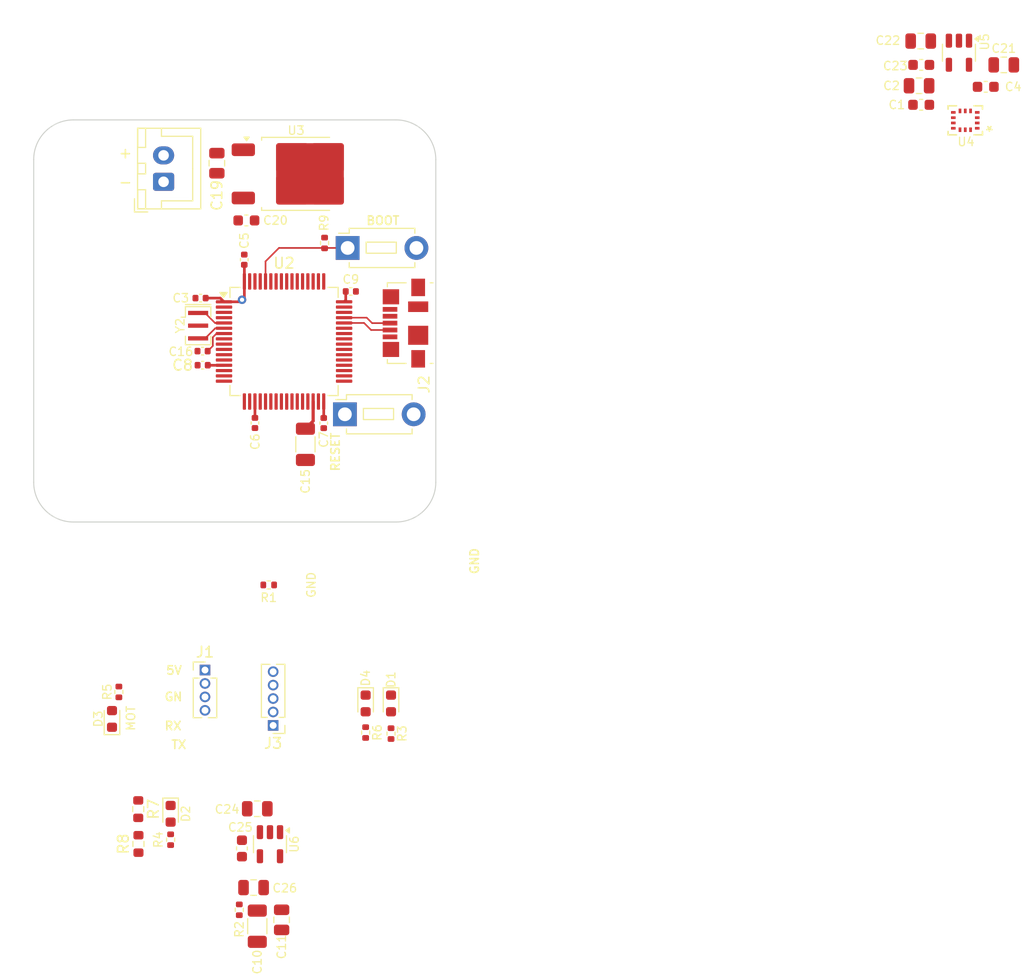
<source format=kicad_pcb>
(kicad_pcb (version 20240108) (generator "pcbnew") (generator_version "8.0")
  (layers (0 "F.Cu" signal) (1 "In1.Cu" signal) (2 "In2.Cu" signal) (31 "B.Cu" signal) (34 "B.Paste" user) (35 "F.Paste" user) (36 "B.SilkS" user "B.Silkscreen") (37 "F.SilkS" user "F.Silkscreen") (38 "B.Mask" user) (39 "F.Mask" user) (44 "Edge.Cuts" user))
  (net 0 "")
  (net 1 "/GND")
  (net 2 "/RESET1")
  (net 3 "/12V")
  (net 4 "Net-(D1-A)")
  (net 5 "Net-(D3-A)")
  (net 6 "Net-(D4-A)")
  (net 7 "/GREEN")
  (net 8 "/BLUE")
  (net 9 "/RX3")
  (net 10 "/TX3")
  (net 12 "/IMU_CS")
  (net 15 "/YELLOW")
  (net 22 "/BOOT")
  (net 23 "/MOTOR0")
  (net 24 "/MOTOR1")
  (net 25 "/MOTOR2")
  (net 26 "/MOTOR3")
  (net 27 "/VMCU")
  (net 28 "/VGYRO")
  (net 29 "/5V")
  (net 30 "Net-(U5-BP)")
  (net 31 "Net-(U6-BP)")
  (net 33 "Net-(D2-A)")
  (net 35 "/SCK")
  (net 36 "/MOSI")
  (net 37 "/MISO")
  (net 40 "/VBATMON")
  (net 78 "Net-(U2-PH0)")
  (net 79 "Net-(U2-PH1)")
  (net 80 "/USB_DM")
  (net 81 "/USB_DP")
  (net 82 "Net-(U2-VCAP_1)")
  (footprint "Capacitor_SMD:C_0805_2012Metric" (layer "F.Cu") (at 70.78 154.55 180)
    (property "Reference" "C26" (at -2.95 -0.05 180) (layer "F.SilkS") (effects (font (size 0.8 0.8) (thickness 0.12))))
    (property "Value" "1u")
    (pad "1" smd roundrect (at -0.95 0 180) (size 1 1.45) (layers "F.Cu" "F.Paste" "F.Mask") (net 27 "/VMCU"))
    (pad "2" smd roundrect (at 0.95 0 180) (size 1 1.45) (layers "F.Cu" "F.Paste" "F.Mask") (net 1 "/GND"))
  )
  (footprint "Resistor_SMD:R_0402_1005Metric" (layer "F.Cu") (at 81.37 139.8975 90)
    (property "Reference" "R6" (at 0 1.1 90) (layer "F.SilkS") (effects (font (size 0.8 0.8) (thickness 0.12))))
    (property "Value" "1K")
    (pad "1" smd roundrect (at -0.51 0 90) (size 0.54 0.64) (layers "F.Cu" "F.Paste" "F.Mask") (net 8 "/BLUE"))
    (pad "2" smd roundrect (at 0.51 0 90) (size 0.54 0.64) (layers "F.Cu" "F.Paste" "F.Mask") (net 6 "Net-(D4-A)"))
  )
  (footprint "Capacitor_SMD:C_0805_2012Metric" (layer "F.Cu") (at 133.6722 78.772499 180)
    (property "Reference" "C2" (at 2.6 0 0) (layer "F.SilkS") (effects (font (size 0.8 0.8) (thickness 0.12))))
    (property "Value" "2.2u")
    (pad "1" smd roundrect (at -0.95 0 180) (size 1 1.45) (layers "F.Cu" "F.Paste" "F.Mask") (net 28 "/VGYRO"))
    (pad "2" smd roundrect (at 0.95 0 180) (size 1 1.45) (layers "F.Cu" "F.Paste" "F.Mask") (net 1 "/GND"))
  )
  (footprint "LED_SMD:LED_0603_1608Metric" (layer "F.Cu") (at 81.37 137.1475 -90)
    (property "Reference" "D4" (at -2.4 0 90) (layer "F.SilkS") (effects (font (size 0.8 0.8) (thickness 0.12))))
    (property "Value" "BLUE_LED")
    (pad "1" smd roundrect (at -0.7875 0 270) (size 0.875 0.95) (layers "F.Cu" "F.Paste" "F.Mask") (net 1 "/GND"))
    (pad "2" smd roundrect (at 0.7875 0 270) (size 0.875 0.95) (layers "F.Cu" "F.Paste" "F.Mask") (net 6 "Net-(D4-A)"))
  )
  (footprint "Capacitor_SMD:C_0805_2012Metric" (layer "F.Cu") (at 71.13 147.1 180)
    (property "Reference" "C24" (at 2.85 -0.05 0) (layer "F.SilkS") (effects (font (size 0.8 0.8) (thickness 0.12))))
    (property "Value" "1u")
    (pad "1" smd roundrect (at -0.95 0 180) (size 1 1.45) (layers "F.Cu" "F.Paste" "F.Mask") (net 29 "/5V"))
    (pad "2" smd roundrect (at 0.95 0 180) (size 1 1.45) (layers "F.Cu" "F.Paste" "F.Mask") (net 1 "/GND"))
  )
  (footprint "Button_Switch_THT:SW_PUSH_1P1T_6x3.5mm_H4.3_APEM_MJTP1243" (layer "F.Cu") (at 79.67 94.1)
    (property "Reference" "SW2" (hide yes))
    (property "Value" "SW_Push")
    (pad "1" thru_hole rect (at 0 0 90) (size 2.25 2.25) (drill 1.3) (layers "*.Cu" "*.Mask") (net 22 "/BOOT"))
    (pad "2" thru_hole circle (at 6.5 0 90) (size 2.25 2.25) (drill 1.3) (layers "*.Cu" "*.Mask") (net 27 "/VMCU"))
  )
  (footprint "Capacitor_SMD:C_0603_1608Metric" (layer "F.Cu") (at 133.8797 76.799999)
    (property "Reference" "C23" (at -2.45 0.1 0) (layer "F.SilkS") (effects (font (size 0.8 0.8) (thickness 0.12))))
    (property "Value" "10n")
    (pad "1" smd roundrect (at -0.775 0) (size 0.9 0.95) (layers "F.Cu" "F.Paste" "F.Mask") (net 1 "/GND"))
    (pad "2" smd roundrect (at 0.775 0) (size 0.9 0.95) (layers "F.Cu" "F.Paste" "F.Mask") (net 30 "Net-(U5-BP)"))
  )
  (footprint "Capacitor_SMD:C_0402_1005Metric" (layer "F.Cu") (at 69.9 95.21 90)
    (property "Reference" "C5" (at 1.8 0 90) (layer "F.SilkS") (effects (font (size 0.8 0.8) (thickness 0.12))))
    (property "Value" "100n")
    (pad "1" smd roundrect (at -0.48 0 90) (size 0.56 0.62) (layers "F.Cu" "F.Paste" "F.Mask") (net 27 "/VMCU"))
    (pad "2" smd roundrect (at 0.48 0 90) (size 0.56 0.62) (layers "F.Cu" "F.Paste" "F.Mask") (net 1 "/GND"))
  )
  (footprint "Capacitor_SMD:C_0402_1005Metric" (layer "F.Cu") (at 65.96 103.85 180)
    (property "Reference" "C16" (at 2.05 -0.05 360) (layer "F.SilkS") (effects (font (size 0.8 0.8) (thickness 0.12))))
    (property "Value" "100n")
    (pad "1" smd roundrect (at -0.48 0 180) (size 0.56 0.62) (layers "F.Cu" "F.Paste" "F.Mask") (net 2 "/RESET1"))
    (pad "2" smd roundrect (at 0.48 0 180) (size 0.56 0.62) (layers "F.Cu" "F.Paste" "F.Mask") (net 1 "/GND"))
  )
  (footprint "MountingHole:MountingHole_4.3mm_M4_DIN965" (layer "F.Cu") (at 84.25 85.75)
    (property "Reference" "H2" (hide yes))
    (property "Value" "MountingHole_Pad")
    (pad "" np_thru_hole circle (at 0 0) (size 4.3 4.3) (drill 4.3) (layers "*.Cu" "*.Mask"))
  )
  (footprint "Capacitor_SMD:C_0603_1608Metric" (layer "F.Cu") (at 139.9722 78.872499 180)
    (property "Reference" "C4" (at -2.6 0 0) (layer "F.SilkS") (effects (font (size 0.8 0.8) (thickness 0.12))))
    (property "Value" "10n")
    (pad "1" smd roundrect (at -0.775 0 180) (size 0.9 0.95) (layers "F.Cu" "F.Paste" "F.Mask") (net 1 "/GND"))
    (pad "2" smd roundrect (at 0.775 0 180) (size 0.9 0.95) (layers "F.Cu" "F.Paste" "F.Mask") (net 28 "/VGYRO"))
  )
  (footprint "Capacitor_SMD:C_0402_1005Metric" (layer "F.Cu") (at 79.97 98.21)
    (property "Reference" "C9" (at 0 -1.14 360) (layer "F.SilkS") (effects (font (size 0.8 0.8) (thickness 0.12))))
    (property "Value" "100n")
    (pad "1" smd roundrect (at -0.48 0) (size 0.56 0.62) (layers "F.Cu" "F.Paste" "F.Mask") (net 27 "/VMCU"))
    (pad "2" smd roundrect (at 0.48 0) (size 0.56 0.62) (layers "F.Cu" "F.Paste" "F.Mask") (net 1 "/GND"))
  )
  (footprint "Capacitor_SMD:C_0805_2012Metric" (layer "F.Cu") (at 67.31 86.09 90)
    (property "Reference" "C19" (at -3.05 0 90) (layer "F.SilkS"))
    (property "Value" "330n")
    (pad "1" smd roundrect (at -0.95 0 90) (size 1 1.45) (layers "F.Cu" "F.Paste" "F.Mask") (net 1 "/GND"))
    (pad "2" smd roundrect (at 0.95 0 90) (size 1 1.45) (layers "F.Cu" "F.Paste" "F.Mask") (net 3 "/12V"))
  )
  (footprint "Capacitor_SMD:C_1206_3216Metric" (layer "F.Cu") (at 75.68 112.66 -90)
    (property "Reference" "C15" (at 3.5 0 90) (layer "F.SilkS") (effects (font (size 0.8 0.8) (thickness 0.12))))
    (property "Value" "4.7u")
    (pad "1" smd roundrect (at -1.475 0 270) (size 1.15 1.8) (layers "F.Cu" "F.Paste" "F.Mask") (roundrect_rratio 0.217391) (net 82 "Net-(U2-VCAP_1)"))
    (pad "2" smd roundrect (at 1.475 0 270) (size 1.15 1.8) (layers "F.Cu" "F.Paste" "F.Mask") (roundrect_rratio 0.217391) (net 1 "/GND"))
  )
  (footprint "Capacitor_SMD:C_0603_1608Metric" (layer "F.Cu") (at 133.8722 80.572499)
    (property "Reference" "C1" (at -2.3 0 0) (layer "F.SilkS") (effects (font (size 0.8 0.8) (thickness 0.12))))
    (property "Value" "100n")
    (pad "1" smd roundrect (at -0.775 0) (size 0.9 0.95) (layers "F.Cu" "F.Paste" "F.Mask") (net 1 "/GND"))
    (pad "2" smd roundrect (at 0.775 0) (size 0.9 0.95) (layers "F.Cu" "F.Paste" "F.Mask") (net 28 "/VGYRO"))
  )
  (footprint "Package_TO_SOT_SMD:SOT-23-5" (layer "F.Cu") (at 72.33 150.45 -90)
    (property "Reference" "U6" (at 0 -2.3 90) (layer "F.SilkS") (effects (font (size 0.8 0.8) (thickness 0.12))))
    (property "Value" "LDK130M33R")
    (pad "1" smd roundrect (at -1.1375 -0.95 270) (size 1.325 0.6) (layers "F.Cu" "F.Paste" "F.Mask") (net 29 "/5V"))
    (pad "2" smd roundrect (at -1.1375 0 270) (size 1.325 0.6) (layers "F.Cu" "F.Paste" "F.Mask") (net 1 "/GND"))
    (pad "3" smd roundrect (at -1.1375 0.95 270) (size 1.325 0.6) (layers "F.Cu" "F.Paste" "F.Mask") (net 29 "/5V"))
    (pad "4" smd roundrect (at 1.1375 0.95 270) (size 1.325 0.6) (layers "F.Cu" "F.Paste" "F.Mask") (net 31 "Net-(U6-BP)"))
    (pad "5" smd roundrect (at 1.1375 -0.95 270) (size 1.325 0.6) (layers "F.Cu" "F.Paste" "F.Mask") (net 27 "/VMCU"))
  )
  (footprint "Capacitor_SMD:C_0805_2012Metric" (layer "F.Cu") (at 141.6797 76.799999)
    (property "Reference" "C21" (at 0 -1.55 0) (layer "F.SilkS") (effects (font (size 0.8 0.8) (thickness 0.12))))
    (property "Value" "1u")
    (pad "1" smd roundrect (at -0.95 0) (size 1 1.45) (layers "F.Cu" "F.Paste" "F.Mask") (net 28 "/VGYRO"))
    (pad "2" smd roundrect (at 0.95 0) (size 1 1.45) (layers "F.Cu" "F.Paste" "F.Mask") (net 1 "/GND"))
  )
  (footprint "MountingHole:MountingHole_4.3mm_M4_DIN965" (layer "F.Cu") (at 53.75 116.25)
    (property "Reference" "H5" (hide yes))
    (property "Value" "MountingHole_Pad")
    (pad "" np_thru_hole circle (at 0 0) (size 4.3 4.3) (drill 4.3) (layers "*.Cu" "*.Mask"))
  )
  (footprint "LED_SMD:LED_0603_1608Metric" (layer "F.Cu") (at 62.94 147.575 -90)
    (property "Reference" "D2" (at 0 -1.43 90) (layer "F.SilkS") (effects (font (size 0.8 0.8) (thickness 0.12))))
    (property "Value" "RED_LED")
    (pad "1" smd roundrect (at -0.7875 0 270) (size 0.875 0.95) (layers "F.Cu" "F.Paste" "F.Mask") (net 1 "/GND"))
    (pad "2" smd roundrect (at 0.7875 0 270) (size 0.875 0.95) (layers "F.Cu" "F.Paste" "F.Mask") (net 33 "Net-(D2-A)"))
  )
  (footprint "Capacitor_SMD:C_0402_1005Metric" (layer "F.Cu") (at 70.91 110.64 -90)
    (property "Reference" "C6" (at 1.77 -0.02 90) (layer "F.SilkS") (effects (font (size 0.8 0.8) (thickness 0.12))))
    (property "Value" "100n")
    (pad "1" smd roundrect (at -0.48 0 270) (size 0.56 0.62) (layers "F.Cu" "F.Paste" "F.Mask") (net 27 "/VMCU"))
    (pad "2" smd roundrect (at 0.48 0 270) (size 0.56 0.62) (layers "F.Cu" "F.Paste" "F.Mask") (net 1 "/GND"))
  )
  (footprint "Resistor_SMD:R_0402_1005Metric" (layer "F.Cu") (at 72.21 125.95)
    (property "Reference" "R1" (at 0 1.2 0) (layer "F.SilkS") (effects (font (size 0.8 0.8) (thickness 0.12))))
    (property "Value" "10K")
    (pad "1" smd roundrect (at -0.51 0) (size 0.54 0.64) (layers "F.Cu" "F.Paste" "F.Mask"))
    (pad "2" smd roundrect (at 0.51 0) (size 0.54 0.64) (layers "F.Cu" "F.Paste" "F.Mask") (net 1 "/GND"))
  )
  (footprint "Connector_USB:USB_Micro-B_Molex_47346-0001" (layer "F.Cu") (at 85.135 101.205 90)
    (property "Reference" "J2" (at -5.785 1.755 90) (layer "F.SilkS"))
    (property "Value" "USB_B_Micro")
    (pad "1" smd rect (at -1.3 -1.46 90) (size 0.45 1.38) (layers "F.Cu" "F.Paste" "F.Mask"))
    (pad "2" smd rect (at -0.65 -1.46 90) (size 0.45 1.38) (layers "F.Cu" "F.Paste" "F.Mask") (net 80 "/USB_DM"))
    (pad "3" smd rect (at 0 -1.46 90) (size 0.45 1.38) (layers "F.Cu" "F.Paste" "F.Mask") (net 81 "/USB_DP"))
    (pad "4" smd rect (at 0.65 -1.46 90) (size 0.45 1.38) (layers "F.Cu" "F.Paste" "F.Mask"))
    (pad "5" smd rect (at 1.3 -1.46 90) (size 0.45 1.38) (layers "F.Cu" "F.Paste" "F.Mask") (net 1 "/GND"))
    (pad "6" smd rect (at -3.375 1.2 90) (size 1.65 1.3) (layers "F.Cu" "F.Paste" "F.Mask") (net 1 "/GND"))
    (pad "6" smd rect (at -2.4875 -1.375 90) (size 1.425 1.55) (layers "F.Cu" "F.Paste" "F.Mask") (net 1 "/GND"))
    (pad "6" smd rect (at -1.15 1.2 90) (size 1.8 1.9) (layers "F.Cu" "F.Paste" "F.Mask") (net 1 "/GND"))
    (pad "6" smd rect (at 1.55 1.2 90) (size 1 1.9) (layers "F.Cu" "F.Paste" "F.Mask") (net 1 "/GND"))
    (pad "6" smd rect (at 2.4875 -1.375 90) (size 1.425 1.55) (layers "F.Cu" "F.Paste" "F.Mask") (net 1 "/GND"))
    (pad "6" smd rect (at 3.375 1.2 90) (size 1.65 1.3) (layers "F.Cu" "F.Paste" "F.Mask") (net 1 "/GND"))
  )
  (footprint "MountingHole:MountingHole_4.3mm_M4_DIN965" (layer "F.Cu") (at 53.75 85.75)
    (property "Reference" "H4" (hide yes))
    (property "Value" "MountingHole_Pad")
    (pad "" np_thru_hole circle (at 0 0) (size 4.3 4.3) (drill 4.3) (layers "*.Cu" "*.Mask"))
  )
  (footprint "Capacitor_SMD:C_0402_1005Metric" (layer "F.Cu") (at 65.97 105.18 180)
    (property "Reference" "C8" (at 1.9 0 360) (layer "F.SilkS"))
    (property "Value" "100n")
    (pad "1" smd roundrect (at -0.48 0 180) (size 0.56 0.62) (layers "F.Cu" "F.Paste" "F.Mask") (net 27 "/VMCU"))
    (pad "2" smd roundrect (at 0.48 0 180) (size 0.56 0.62) (layers "F.Cu" "F.Paste" "F.Mask") (net 1 "/GND"))
  )
  (footprint "LED_SMD:LED_0603_1608Metric" (layer "F.Cu") (at 57.4 138.61 90)
    (property "Reference" "D3" (at 0 -1.3 90) (layer "F.SilkS") (effects (font (size 0.8 0.8) (thickness 0.12))))
    (property "Value" "GREEN_LED")
    (pad "1" smd roundrect (at -0.7875 0 90) (size 0.875 0.95) (layers "F.Cu" "F.Paste" "F.Mask") (net 1 "/GND"))
    (pad "2" smd roundrect (at 0.7875 0 90) (size 0.875 0.95) (layers "F.Cu" "F.Paste" "F.Mask") (net 5 "Net-(D3-A)"))
  )
  (footprint "Capacitor_SMD:C_0402_1005Metric" (layer "F.Cu") (at 65.77 98.84 180)
    (property "Reference" "C3" (at 1.87 0 360) (layer "F.SilkS") (effects (font (size 0.8 0.8) (thickness 0.12))))
    (property "Value" "100n")
    (pad "1" smd roundrect (at -0.48 0 180) (size 0.56 0.62) (layers "F.Cu" "F.Paste" "F.Mask") (net 27 "/VMCU"))
    (pad "2" smd roundrect (at 0.48 0 180) (size 0.56 0.62) (layers "F.Cu" "F.Paste" "F.Mask") (net 1 "/GND"))
  )
  (footprint "Capacitor_SMD:C_1206_3216Metric" (layer "F.Cu") (at 71.13 158.2 90)
    (property "Reference" "C10" (at -3.3825 0 90) (layer "F.SilkS") (effects (font (size 0.8 0.8) (thickness 0.12))))
    (property "Value" "10u")
    (pad "1" smd roundrect (at -1.475 0 90) (size 1.15 1.8) (layers "F.Cu" "F.Paste" "F.Mask") (roundrect_rratio 0.217391) (net 1 "/GND"))
    (pad "2" smd roundrect (at 1.475 0 90) (size 1.15 1.8) (layers "F.Cu" "F.Paste" "F.Mask") (roundrect_rratio 0.217391) (net 27 "/VMCU"))
  )
  (footprint "Resistor_SMD:R_0402_1005Metric" (layer "F.Cu") (at 83.77 139.9975 90)
    (property "Reference" "R3" (at 0 1.05 90) (layer "F.SilkS") (effects (font (size 0.8 0.8) (thickness 0.12))))
    (property "Value" "1K")
    (pad "1" smd roundrect (at -0.51 0 90) (size 0.54 0.64) (layers "F.Cu" "F.Paste" "F.Mask") (net 15 "/YELLOW"))
    (pad "2" smd roundrect (at 0.51 0 90) (size 0.54 0.64) (layers "F.Cu" "F.Paste" "F.Mask") (net 4 "Net-(D1-A)"))
  )
  (footprint "Resistor_SMD:R_0402_1005Metric" (layer "F.Cu") (at 69.43 156.65 -90)
    (property "Reference" "R2" (at 1.85 0 90) (layer "F.SilkS") (effects (font (size 0.8 0.8) (thickness 0.12))))
    (property "Value" "10K")
    (pad "1" smd roundrect (at -0.51 0 270) (size 0.54 0.64) (layers "F.Cu" "F.Paste" "F.Mask") (net 9 "/RX3"))
    (pad "2" smd roundrect (at 0.51 0 270) (size 0.54 0.64) (layers "F.Cu" "F.Paste" "F.Mask") (net 27 "/VMCU"))
  )
  (footprint "Resistor_SMD:R_0402_1005Metric" (layer "F.Cu") (at 62.94 150.025 90)
    (property "Reference" "R4" (at 0 -1.17 90) (layer "F.SilkS") (effects (font (size 0.8 0.8) (thickness 0.12))))
    (property "Value" "1K")
    (pad "1" smd roundrect (at -0.51 0 90) (size 0.54 0.64) (layers "F.Cu" "F.Paste" "F.Mask") (net 29 "/5V"))
    (pad "2" smd roundrect (at 0.51 0 90) (size 0.54 0.64) (layers "F.Cu" "F.Paste" "F.Mask") (net 33 "Net-(D2-A)"))
  )
  (footprint "Resistor_SMD:R_0603_1608Metric" (layer "F.Cu") (at 59.88 147.135 -90)
    (property "Reference" "R7" (at 0 -1.43 -90) (layer "F.SilkS"))
    (property "Value" "10K")
    (pad "1" smd roundrect (at -0.825 0 270) (size 0.8 0.95) (layers "F.Cu" "F.Paste" "F.Mask") (net 3 "/12V"))
    (pad "2" smd roundrect (at 0.825 0 270) (size 0.8 0.95) (layers "F.Cu" "F.Paste" "F.Mask") (net 40 "/VBATMON"))
  )
  (footprint "Connector_PinHeader_1.27mm:PinHeader_1x04_P1.27mm_Vertical" (layer "F.Cu") (at 66.19 133.99)
    (property "Reference" "J1" (at 0 -1.695 0) (layer "F.SilkS"))
    (property "Value" "Conn_01x04")
    (pad "1" thru_hole rect (at 0 0) (size 1 1) (drill 0.65) (layers "*.Cu" "*.Mask") (net 29 "/5V"))
    (pad "2" thru_hole oval (at 0 1.27) (size 1 1) (drill 0.65) (layers "*.Cu" "*.Mask") (net 1 "/GND"))
    (pad "3" thru_hole oval (at 0 2.54) (size 1 1) (drill 0.65) (layers "*.Cu" "*.Mask") (net 9 "/RX3"))
    (pad "4" thru_hole oval (at 0 3.81) (size 1 1) (drill 0.65) (layers "*.Cu" "*.Mask") (net 10 "/TX3"))
  )
  (footprint "Crystal:Resonator_SMD_Murata_CSTxExxV-3Pin_3.0x1.1mm" (layer "F.Cu") (at 65.54 101.445 -90)
    (property "Reference" "Y2" (at 0 1.7 90) (layer "F.SilkS") (effects (font (size 0.8 0.8) (thickness 0.12))))
    (property "Value" "CSTNE20M0V53Z000R0")
    (pad "1" smd rect (at -1.2 0 270) (size 0.4 1.9) (layers "F.Cu" "F.Paste" "F.Mask") (net 78 "Net-(U2-PH0)"))
    (pad "2" smd rect (at 0 0 270) (size 0.4 1.9) (layers "F.Cu" "F.Paste" "F.Mask") (net 1 "/GND"))
    (pad "3" smd rect (at 1.2 0 270) (size 0.4 1.9) (layers "F.Cu" "F.Paste" "F.Mask") (net 79 "Net-(U2-PH1)"))
  )
  (footprint "Capacitor_SMD:C_0402_1005Metric" (layer "F.Cu") (at 77.41 110.65 -90)
    (property "Reference" "C7" (at 1.55 0 90) (layer "F.SilkS") (effects (font (size 0.8 0.8) (thickness 0.12))))
    (property "Value" "100n")
    (pad "1" smd roundrect (at -0.48 0 270) (size 0.56 0.62) (layers "F.Cu" "F.Paste" "F.Mask") (net 27 "/VMCU"))
    (pad "2" smd roundrect (at 0.48 0 270) (size 0.56 0.62) (layers "F.Cu" "F.Paste" "F.Mask") (net 1 "/GND"))
  )
  (footprint "footprints:LGA14_2P5X3X0P91_IVS-L" (layer "F.Cu") (at 138.0397 82.039999 180)
    (property "Reference" "U4" (at -0.07 -2.03 0) (layer "F.SilkS") (effects (font (size 0.8 0.8) (thickness 0.12))))
    (property "Value" "ICM-42688-P")
    (fp_text user "*" (at -2.28 -0.48 180) (layer "F.SilkS"))
    (pad "1" smd rect (at -1.1303 -0.750001 270) (size 0.254 0.4318) (layers "F.Cu" "F.Paste" "F.Mask") (net 37 "/MISO"))
    (pad "2" smd rect (at -1.1303 -0.25 270) (size 0.254 0.4318) (layers "F.Cu" "F.Paste" "F.Mask") (net 1 "/GND"))
    (pad "3" smd rect (at -1.1303 0.25 270) (size 0.254 0.4318) (layers "F.Cu" "F.Paste" "F.Mask") (net 1 "/GND"))
    (pad "4" smd rect (at -1.1303 0.750001 270) (size 0.254 0.4318) (layers "F.Cu" "F.Paste" "F.Mask"))
    (pad "5" smd rect (at -0.499999 0.889 180) (size 0.254 0.4318) (layers "F.Cu" "F.Paste" "F.Mask") (net 28 "/VGYRO"))
    (pad "6" smd rect (at 0 0.889 180) (size 0.254 0.4318) (layers "F.Cu" "F.Paste" "F.Mask") (net 1 "/GND"))
    (pad "7" smd rect (at 0.499999 0.889 180) (size 0.254 0.4318) (layers "F.Cu" "F.Paste" "F.Mask") (net 1 "/GND"))
    (pad "8" smd rect (at 1.1303 0.750001 270) (size 0.254 0.4318) (layers "F.Cu" "F.Paste" "F.Mask") (net 28 "/VGYRO"))
    (pad "9" smd rect (at 1.1303 0.25 270) (size 0.254 0.4318) (layers "F.Cu" "F.Paste" "F.Mask") (net 1 "/GND"))
    (pad "10" smd rect (at 1.1303 -0.25 270) (size 0.254 0.4318) (layers "F.Cu" "F.Paste" "F.Mask") (net 1 "/GND"))
    (pad "11" smd rect (at 1.1303 -0.750001 270) (size 0.254 0.4318) (layers "F.Cu" "F.Paste" "F.Mask") (net 1 "/GND"))
    (pad "12" smd rect (at 0.499999 -0.889 180) (size 0.254 0.4318) (layers "F.Cu" "F.Paste" "F.Mask") (net 12 "/IMU_CS"))
    (pad "13" smd rect (at 0 -0.889 180) (size 0.254 0.4318) (layers "F.Cu" "F.Paste" "F.Mask") (net 35 "/SCK"))
    (pad "14" smd rect (at -0.499999 -0.889 180) (size 0.254 0.4318) (layers "F.Cu" "F.Paste" "F.Mask") (net 36 "/MOSI"))
  )
  (footprint "Resistor_SMD:R_0402_1005Metric" (layer "F.Cu") (at 77.49 93.63 -90)
    (property "Reference" "R9" (at -1.9 0.05 90) (layer "F.SilkS") (effects (font (size 0.8 0.8) (thickness 0.12))))
    (property "Value" "10K")
    (pad "1" smd roundrect (at -0.51 0 270) (size 0.54 0.64) (layers "F.Cu" "F.Paste" "F.Mask") (net 1 "/GND"))
    (pad "2" smd roundrect (at 0.51 0 270) (size 0.54 0.64) (layers "F.Cu" "F.Paste" "F.Mask") (net 22 "/BOOT"))
  )
  (footprint "Connector_JST:JST_XH_B2B-XH-A_1x02_P2.50mm_Vertical" (layer "F.Cu") (at 62.275 87.85 90)
    (property "Reference" "J4" (hide yes))
    (property "Value" "Conn_01x02_Pin")
    (pad "1" thru_hole roundrect (at 0 0 90) (size 1.7 2) (drill 1) (layers "*.Cu" "*.Mask") (roundrect_rratio 0.147059) (net 1 "/GND"))
    (pad "2" thru_hole oval (at 2.5 0 90) (size 1.7 2) (drill 1) (layers "*.Cu" "*.Mask") (net 3 "/12V"))
  )
  (footprint "Capacitor_SMD:C_0603_1608Metric" (layer "F.Cu") (at 69.68 150.85 -90)
    (property "Reference" "C25" (at -2 0.15 180) (layer "F.SilkS") (effects (font (size 0.8 0.8) (thickness 0.12))))
    (property "Value" "10n")
    (pad "1" smd roundrect (at -0.775 0 270) (size 0.9 0.95) (layers "F.Cu" "F.Paste" "F.Mask") (net 1 "/GND"))
    (pad "2" smd roundrect (at 0.775 0 270) (size 0.9 0.95) (layers "F.Cu" "F.Paste" "F.Mask") (net 31 "Net-(U6-BP)"))
  )
  (footprint "Capacitor_SMD:C_0805_2012Metric" (layer "F.Cu") (at 133.8297 74.549999 180)
    (property "Reference" "C22" (at 3.1 0.05 0) (layer "F.SilkS") (effects (font (size 0.8 0.8) (thickness 0.12))))
    (property "Value" "1u")
    (pad "1" smd roundrect (at -0.95 0 180) (size 1 1.45) (layers "F.Cu" "F.Paste" "F.Mask") (net 29 "/5V"))
    (pad "2" smd roundrect (at 0.95 0 180) (size 1 1.45) (layers "F.Cu" "F.Paste" "F.Mask") (net 1 "/GND"))
  )
  (footprint "MountingHole:MountingHole_4.3mm_M4_DIN965" (layer "F.Cu") (at 84.25 116.25)
    (property "Reference" "H6" (hide yes))
    (property "Value" "MountingHole_Pad")
    (pad "" np_thru_hole circle (at 0 0) (size 4.3 4.3) (drill 4.3) (layers "*.Cu" "*.Mask"))
  )
  (footprint "Button_Switch_THT:SW_PUSH_1P1T_6x3.5mm_H4.3_APEM_MJTP1243" (layer "F.Cu") (at 79.41 109.82)
    (property "Reference" "SW1" (hide yes))
    (property "Value" "SW_Push")
    (pad "1" thru_hole rect (at 0 0 90) (size 2.25 2.25) (drill 1.3) (layers "*.Cu" "*.Mask") (net 2 "/RESET1"))
    (pad "2" thru_hole circle (at 6.5 0 90) (size 2.25 2.25) (drill 1.3) (layers "*.Cu" "*.Mask") (net 1 "/GND"))
  )
  (footprint "Capacitor_SMD:C_0603_1608Metric" (layer "F.Cu") (at 70.1 91.5 180)
    (property "Reference" "C20" (at -2.75 0 0) (layer "F.SilkS") (effects (font (size 0.8 0.8) (thickness 0.12))))
    (property "Value" "100n")
    (pad "1" smd roundrect (at -0.775 0 180) (size 0.9 0.95) (layers "F.Cu" "F.Paste" "F.Mask") (net 1 "/GND"))
    (pad "2" smd roundrect (at 0.775 0 180) (size 0.9 0.95) (layers "F.Cu" "F.Paste" "F.Mask") (net 29 "/5V"))
  )
  (footprint "Package_QFP:LQFP-64_10x10mm_P0.5mm" (layer "F.Cu") (at 73.66 102.94)
    (property "Reference" "U2" (at 0 -7.4 0) (layer "F.SilkS"))
    (property "Value" "STM32F722RETx")
    (pad "1" smd roundrect (at -5.675 -3.75) (size 1.55 0.3) (layers "F.Cu" "F.Paste" "F.Mask") (net 27 "/VMCU"))
    (pad "2" smd roundrect (at -5.675 -3.25) (size 1.55 0.3) (layers "F.Cu" "F.Paste" "F.Mask"))
    (pad "3" smd roundrect (at -5.675 -2.75) (size 1.55 0.3) (layers "F.Cu" "F.Paste" "F.Mask"))
    (pad "4" smd roundrect (at -5.675 -2.25) (size 1.55 0.3) (layers "F.Cu" "F.Paste" "F.Mask"))
    (pad "5" smd roundrect (at -5.675 -1.75) (size 1.55 0.3) (layers "F.Cu" "F.Paste" "F.Mask") (net 78 "Net-(U2-PH0)"))
    (pad "6" smd roundrect (at -5.675 -1.25) (size 1.55 0.3) (layers "F.Cu" "F.Paste" "F.Mask") (net 79 "Net-(U2-PH1)"))
    (pad "7" smd roundrect (at -5.675 -0.75) (size 1.55 0.3) (layers "F.Cu" "F.Paste" "F.Mask") (net 2 "/RESET1"))
    (pad "8" smd roundrect (at -5.675 -0.25) (size 1.55 0.3) (layers "F.Cu" "F.Paste" "F.Mask"))
    (pad "9" smd roundrect (at -5.675 0.25) (size 1.55 0.3) (layers "F.Cu" "F.Paste" "F.Mask"))
    (pad "10" smd roundrect (at -5.675 0.75) (size 1.55 0.3) (layers "F.Cu" "F.Paste" "F.Mask"))
    (pad "11" smd roundrect (at -5.675 1.25) (size 1.55 0.3) (layers "F.Cu" "F.Paste" "F.Mask"))
    (pad "12" smd roundrect (at -5.675 1.75) (size 1.55 0.3) (layers "F.Cu" "F.Paste" "F.Mask") (net 1 "/GND"))
    (pad "13" smd roundrect (at -5.675 2.25) (size 1.55 0.3) (layers "F.Cu" "F.Paste" "F.Mask") (net 27 "/VMCU"))
    (pad "14" smd roundrect (at -5.675 2.75) (size 1.55 0.3) (layers "F.Cu" "F.Paste" "F.Mask"))
    (pad "15" smd roundrect (at -5.675 3.25) (size 1.55 0.3) (layers "F.Cu" "F.Paste" "F.Mask"))
    (pad "16" smd roundrect (at -5.675 3.75) (size 1.55 0.3) (layers "F.Cu" "F.Paste" "F.Mask"))
    (pad "17" smd roundrect (at -3.75 5.675) (size 0.3 1.55) (layers "F.Cu" "F.Paste" "F.Mask"))
    (pad "18" smd roundrect (at -3.25 5.675) (size 0.3 1.55) (layers "F.Cu" "F.Paste" "F.Mask") (net 1 "/GND"))
    (pad "19" smd roundrect (at -2.75 5.675) (size 0.3 1.55) (layers "F.Cu" "F.Paste" "F.Mask") (net 27 "/VMCU"))
    (pad "20" smd roundrect (at -2.25 5.675) (size 0.3 1.55) (layers "F.Cu" "F.Paste" "F.Mask"))
    (pad "21" smd roundrect (at -1.75 5.675) (size 0.3 1.55) (layers "F.Cu" "F.Paste" "F.Mask"))
    (pad "22" smd roundrect (at -1.25 5.675) (size 0.3 1.55) (layers "F.Cu" "F.Paste" "F.Mask"))
    (pad "23" smd roundrect (at -0.75 5.675) (size 0.3 1.55) (layers "F.Cu" "F.Paste" "F.Mask"))
    (pad "24" smd roundrect (at -0.25 5.675) (size 0.3 1.55) (layers "F.Cu" "F.Paste" "F.Mask"))
    (pad "25" smd roundrect (at 0.25 5.675) (size 0.3 1.55) (layers "F.Cu" "F.Paste" "F.Mask"))
    (pad "26" smd roundrect (at 0.75 5.675) (size 0.3 1.55) (layers "F.Cu" "F.Paste" "F.Mask"))
    (pad "27" smd roundrect (at 1.25 5.675) (size 0.3 1.55) (layers "F.Cu" "F.Paste" "F.Mask"))
    (pad "28" smd roundrect (at 1.75 5.675) (size 0.3 1.55) (layers "F.Cu" "F.Paste" "F.Mask"))
    (pad "29" smd roundrect (at 2.25 5.675) (size 0.3 1.55) (layers "F.Cu" "F.Paste" "F.Mask"))
    (pad "30" smd roundrect (at 2.75 5.675) (size 0.3 1.55) (layers "F.Cu" "F.Paste" "F.Mask") (net 82 "Net-(U2-VCAP_1)"))
    (pad "31" smd roundrect (at 3.25 5.675) (size 0.3 1.55) (layers "F.Cu" "F.Paste" "F.Mask") (net 1 "/GND"))
    (pad "32" smd roundrect (at 3.75 5.675) (size 0.3 1.55) (layers "F.Cu" "F.Paste" "F.Mask") (net 27 "/VMCU"))
    (pad "33" smd roundrect (at 5.675 3.75) (size 1.55 0.3) (layers "F.Cu" "F.Paste" "F.Mask"))
    (pad "34" smd roundrect (at 5.675 3.25) (size 1.55 0.3) (layers "F.Cu" "F.Paste" "F.Mask"))
    (pad "35" smd roundrect (at 5.675 2.75) (size 1.55 0.3) (layers "F.Cu" "F.Paste" "F.Mask"))
    (pad "36" smd roundrect (at 5.675 2.25) (size 1.55 0.3) (layers "F.Cu" "F.Paste" "F.Mask"))
    (pad "37" smd roundrect (at 5.675 1.75) (size 1.55 0.3) (layers "F.Cu" "F.Paste" "F.Mask"))
    (pad "38" smd roundrect (at 5.675 1.25) (size 1.55 0.3) (layers "F.Cu" "F.Paste" "F.Mask"))
    (pad "39" smd roundrect (at 5.675 0.75) (size 1.55 0.3) (layers "F.Cu" "F.Paste" "F.Mask"))
    (pad "40" smd roundrect (at 5.675 0.25) (size 1.55 0.3) (layers "F.Cu" "F.Paste" "F.Mask"))
    (pad "41" smd roundrect (at 5.675 -0.25) (size 1.55 0.3) (layers "F.Cu" "F.Paste" "F.Mask"))
    (pad "42" smd roundrect (at 5.675 -0.75) (size 1.55 0.3) (layers "F.Cu" "F.Paste" "F.Mask"))
    (pad "43" smd roundrect (at 5.675 -1.25) (size 1.55 0.3) (layers "F.Cu" "F.Paste" "F.Mask"))
    (pad "44" smd roundrect (at 5.675 -1.75) (size 1.55 0.3) (layers "F.Cu" "F.Paste" "F.Mask") (net 80 "/USB_DM"))
    (pad "45" smd roundrect (at 5.675 -2.25) (size 1.55 0.3) (layers "F.Cu" "F.Paste" "F.Mask") (net 81 "/USB_DP"))
    (pad "46" smd roundrect (at 5.675 -2.75) (size 1.55 0.3) (layers "F.Cu" "F.Paste" "F.Mask"))
    (pad "47" smd roundrect (at 5.675 -3.25) (size 1.55 0.3) (layers "F.Cu" "F.Paste" "F.Mask") (net 1 "/GND"))
    (pad "48" smd roundrect (at 5.675 -3.75) (size 1.55 0.3) (layers "F.Cu" "F.Paste" "F.Mask") (net 27 "/VMCU"))
    (pad "49" smd roundrect (at 3.75 -5.675) (size 0.3 1.55) (layers "F.Cu" "F.Paste" "F.Mask"))
    (pad "50" smd roundrect (at 3.25 -5.675) (size 0.3 1.55) (layers "F.Cu" "F.Paste" "F.Mask"))
    (pad "51" smd roundrect (at 2.75 -5.675) (size 0.3 1.55) (layers "F.Cu" "F.Paste" "F.Mask"))
    (pad "52" smd roundrect (at 2.25 -5.675) (size 0.3 1.55) (layers "F.Cu" "F.Paste" "F.Mask"))
    (pad "53" smd roundrect (at 1.75 -5.675) (size 0.3 1.55) (layers "F.Cu" "F.Paste" "F.Mask"))
    (pad "54" smd roundrect (at 1.25 -5.675) (size 0.3 1.55) (layers "F.Cu" "F.Paste" "F.Mask"))
    (pad "55" smd roundrect (at 0.75 -5.675) (size 0.3 1.55) (layers "F.Cu" "F.Paste" "F.Mask"))
    (pad "56" smd roundrect (at 0.25 -5.675) (size 0.3 1.55) (layers "F.Cu" "F.Paste" "F.Mask"))
    (pad "57" smd roundrect (at -0.25 -5.675) (size 0.3 1.55) (layers "F.Cu" "F.Paste" "F.Mask"))
    (pad "58" smd roundrect (at -0.75 -5.675) (size 0.3 1.55) (layers "F.Cu" "F.Paste" "F.Mask"))
    (pad "59" smd roundrect (at -1.25 -5.675) (size 0.3 1.55) (layers "F.Cu" "F.Paste" "F.Mask"))
    (pad "60" smd roundrect (at -1.75 -5.675) (size 0.3 1.55) (layers "F.Cu" "F.Paste" "F.Mask") (net 22 "/BOOT"))
    (pad "61" smd roundrect (at -2.25 -5.675) (size 0.3 1.55) (layers "F.Cu" "F.Paste" "F.Mask"))
    (pad "62" smd roundrect (at -2.75 -5.675) (size 0.3 1.55) (layers "F.Cu" "F.Paste" "F.Mask"))
    (pad "63" smd roundrect (at -3.25 -5.675) (size 0.3 1.55) (layers "F.Cu" "F.Paste" "F.Mask") (net 1 "/GND"))
    (pad "64" smd roundrect (at -3.75 -5.675) (size 0.3 1.55) (layers "F.Cu" "F.Paste" "F.Mask") (net 27 "/VMCU"))
  )
  (footprint "Resistor_SMD:R_0603_1608Metric" (layer "F.Cu") (at 59.9 150.425 90)
    (property "Reference" "R8" (at 0 -1.43 90) (layer "F.SilkS"))
    (property "Value" "1K")
    (pad "1" smd roundrect (at -0.825 0 90) (size 0.8 0.95) (layers "F.Cu" "F.Paste" "F.Mask") (net 1 "/GND"))
    (pad "2" smd roundrect (at 0.825 0 90) (size 0.8 0.95) (layers "F.Cu" "F.Paste" "F.Mask") (net 40 "/VBATMON"))
  )
  (footprint "Package_TO_SOT_SMD:TO-252-2" (layer "F.Cu") (at 74.85 87.1)
    (property "Reference" "U3" (at -0.05 -4.1 0) (layer "F.SilkS") (effects (font (size 0.8 0.8) (thickness 0.12))))
    (property "Value" "L78M05CDT")
    (pad "1" smd roundrect (at -5.04 -2.28) (size 2.2 1.2) (layers "F.Cu" "F.Paste" "F.Mask") (roundrect_rratio 0.208333) (net 3 "/12V"))
    (pad "2" smd roundrect (at -0.415 -1.525) (size 3.05 2.75) (layers "F.Cu" "F.Paste") (roundrect_rratio 0.090909) (net 1 "/GND"))
    (pad "2" smd roundrect (at -0.415 1.525) (size 3.05 2.75) (layers "F.Cu" "F.Paste") (roundrect_rratio 0.090909) (net 1 "/GND"))
    (pad "2" smd roundrect (at 1.26 0) (size 6.4 5.8) (layers "F.Cu" "F.Mask") (roundrect_rratio 0.043103) (net 1 "/GND"))
    (pad "2" smd roundrect (at 2.935 -1.525) (size 3.05 2.75) (layers "F.Cu" "F.Paste") (roundrect_rratio 0.090909) (net 1 "/GND"))
    (pad "2" smd roundrect (at 2.935 1.525) (size 3.05 2.75) (layers "F.Cu" "F.Paste") (roundrect_rratio 0.090909) (net 1 "/GND"))
    (pad "3" smd roundrect (at -5.04 2.28) (size 2.2 1.2) (layers "F.Cu" "F.Paste" "F.Mask") (roundrect_rratio 0.208333) (net 29 "/5V"))
  )
  (footprint "Resistor_SMD:R_0402_1005Metric" (layer "F.Cu") (at 58.05 136.06 -90)
    (property "Reference" "R5" (at 0 1.1 90) (layer "F.SilkS") (effects (font (size 0.8 0.8) (thickness 0.12))))
    (property "Value" "1K")
    (pad "1" smd roundrect (at -0.51 0 270) (size 0.54 0.64) (layers "F.Cu" "F.Paste" "F.Mask") (net 7 "/GREEN"))
    (pad "2" smd roundrect (at 0.51 0 270) (size 0.54 0.64) (layers "F.Cu" "F.Paste" "F.Mask") (net 5 "Net-(D3-A)"))
  )
  (footprint "Package_TO_SOT_SMD:SOT-23-5" (layer "F.Cu") (at 137.4422 75.649999 -90)
    (property "Reference" "U5" (at -1.0275 -2.43 90) (layer "F.SilkS") (effects (font (size 0.8 0.8) (thickness 0.12))))
    (property "Value" "LDK130M33R")
    (pad "1" smd roundrect (at -1.1375 -0.95 270) (size 1.325 0.6) (layers "F.Cu" "F.Paste" "F.Mask") (net 29 "/5V"))
    (pad "2" smd roundrect (at -1.1375 0 270) (size 1.325 0.6) (layers "F.Cu" "F.Paste" "F.Mask") (net 1 "/GND"))
    (pad "3" smd roundrect (at -1.1375 0.95 270) (size 1.325 0.6) (layers "F.Cu" "F.Paste" "F.Mask") (net 29 "/5V"))
    (pad "4" smd roundrect (at 1.1375 0.95 270) (size 1.325 0.6) (layers "F.Cu" "F.Paste" "F.Mask") (net 30 "Net-(U5-BP)"))
    (pad "5" smd roundrect (at 1.1375 -0.95 270) (size 1.325 0.6) (layers "F.Cu" "F.Paste" "F.Mask") (net 28 "/VGYRO"))
  )
  (footprint "Capacitor_SMD:C_0805_2012Metric" (layer "F.Cu") (at 73.43 157.6 90)
    (property "Reference" "C11" (at -2.55 0 -90) (layer "F.SilkS") (effects (font (size 0.8 0.8) (thickness 0.12))))
    (property "Value" "1u")
    (pad "1" smd roundrect (at -0.95 0 90) (size 1 1.45) (layers "F.Cu" "F.Paste" "F.Mask") (net 1 "/GND"))
    (pad "2" smd roundrect (at 0.95 0 90) (size 1 1.45) (layers "F.Cu" "F.Paste" "F.Mask") (net 27 "/VMCU"))
  )
  (footprint "LED_SMD:LED_0603_1608Metric" (layer "F.Cu") (at 83.77 137.1475 -90)
    (property "Reference" "D1" (at -2.25 0 90) (layer "F.SilkS") (effects (font (size 0.8 0.8) (thickness 0.12))))
    (property "Value" "YELLOW_LED")
    (pad "1" smd roundrect (at -0.7875 0 270) (size 0.875 0.95) (layers "F.Cu" "F.Paste" "F.Mask") (net 1 "/GND"))
    (pad "2" smd roundrect (at 0.7875 0 270) (size 0.875 0.95) (layers "F.Cu" "F.Paste" "F.Mask") (net 4 "Net-(D1-A)"))
  )
  (footprint "Connector_PinHeader_1.27mm:PinHeader_1x05_P1.27mm_Vertical" (layer "F.Cu") (at 72.63 139.225 180)
    (property "Reference" "J3" (at 0 -1.695 180) (layer "F.SilkS"))
    (property "Value" "Conn_01x05_Pin")
    (pad "1" thru_hole rect (at 0 0 180) (size 1 1) (drill 0.65) (layers "*.Cu" "*.Mask") (net 1 "/GND"))
    (pad "2" thru_hole oval (at 0 1.27 180) (size 1 1) (drill 0.65) (layers "*.Cu" "*.Mask") (net 23 "/MOTOR0"))
    (pad "3" thru_hole oval (at 0 2.54 180) (size 1 1) (drill 0.65) (layers "*.Cu" "*.Mask") (net 24 "/MOTOR1"))
    (pad "4" thru_hole oval (at 0 3.81 180) (size 1 1) (drill 0.65) (layers "*.Cu" "*.Mask") (net 25 "/MOTOR2"))
    (pad "5" thru_hole oval (at 0 5.08 180) (size 1 1) (drill 0.65) (layers "*.Cu" "*.Mask") (net 26 "/MOTOR3"))
  )
  (gr_line (start 88 85.75) (end 88 116.25) (stroke (width 0.1)) (layer "Edge.Cuts"))
  (gr_arc (start 84.25 82) (mid 86.90165 83.09835) (end 88 85.75) (stroke (width 0.1)) (layer "Edge.Cuts"))
  (gr_line (start 50 116.25) (end 50 85.75) (stroke (width 0.1)) (layer "Edge.Cuts"))
  (gr_arc (start 88 116.25) (mid 86.90165 118.90165) (end 84.25 120) (stroke (width 0.1)) (layer "Edge.Cuts"))
  (gr_line (start 53.75 82) (end 84.25 82) (stroke (width 0.1)) (layer "Edge.Cuts"))
  (gr_arc (start 53.75 120) (mid 51.09835 118.90165) (end 50 116.25) (stroke (width 0.1)) (layer "Edge.Cuts"))
  (gr_line (start 84.25 120) (end 53.75 120) (stroke (width 0.1)) (layer "Edge.Cuts"))
  (gr_arc (start 50 85.75) (mid 51.09835 83.09835) (end 53.75 82) (stroke (width 0.1)) (layer "Edge.Cuts"))
  (gr_text "GN" (at 62.29 136.99 0) (layer "F.SilkS") (effects (font (size 0.8 0.8)) (justify left bottom)))
  (gr_text "RESET" (at 78.98 115.29 90) (layer "F.SilkS") (effects (font (size 0.8 0.8)) (justify left bottom)))
  (gr_text "+" (at 57.95 85.7 0) (layer "F.SilkS") (effects (font (size 1 1)) (justify left bottom)))
  (gr_text "BOOT" (at 81.36 91.98 0) (layer "F.SilkS") (effects (font (size 0.8 0.8)) (justify left bottom)))
  (gr_text "5V" (at 62.44 134.49 0) (layer "F.SilkS") (effects (font (size 0.8 0.8)) (justify left bottom)))
  (gr_text "TX" (at 62.93 141.51 0) (layer "F.SilkS") (effects (font (size 0.8 0.8)) (justify left bottom)))
  (gr_text "RX" (at 62.29 139.74 0) (layer "F.SilkS") (effects (font (size 0.8 0.8)) (justify left bottom)))
  (gr_text "-" (at 57.95 88.45 0) (layer "F.SilkS") (effects (font (size 1 1)) (justify left bottom)))
  (gr_text "GND" (at 76.7 127.24 90) (layer "F.SilkS") (effects (font (size 0.8 0.8) (thickness 0.12)) (justify left bottom)))
  (gr_text "MOT" (at 59.65 139.81 90) (layer "F.SilkS") (effects (font (size 0.8 0.8) (thickness 0.12)) (justify left bottom)))
  (gr_text "GND" (at 92.13 125.01 90) (layer "F.SilkS") (effects (font (size 0.8 0.8)) (justify left bottom)))
  (segment (start 67.985 102.19) (end 67.278566 102.19) (width 0.1524) (layer "F.Cu") (net 2))
  (segment (start 66.93 102.538566) (end 66.93 103.36) (width 0.1524) (layer "F.Cu") (net 2))
  (segment (start 67.278566 102.19) (end 66.93 102.538566) (width 0.1524) (layer "F.Cu") (net 2))
  (segment (start 66.93 103.36) (end 66.44 103.85) (width 0.1524) (layer "F.Cu") (net 2))
  (segment (start 79.67 94.1) (end 73.18 94.1) (width 0.1524) (layer "F.Cu") (net 22))
  (segment (start 73.18 94.1) (end 71.91 95.37) (width 0.1524) (layer "F.Cu") (net 22))
  (segment (start 71.91 95.37) (end 71.91 97.265) (width 0.1524) (layer "F.Cu") (net 22))
  (segment (start 67.985 99.19) (end 69.5 99.19) (width 0.254) (layer "F.Cu") (net 27))
  (segment (start 67.635 98.84) (end 66.25 98.84) (width 0.254) (layer "F.Cu") (net 27))
  (segment (start 69.5 99.19) (end 69.91 98.78) (width 0.254) (layer "F.Cu") (net 27))
  (segment (start 79.49 99.035) (end 79.335 99.19) (width 0.254) (layer "F.Cu") (net 27))
  (segment (start 69.91 95.7) (end 69.9 95.69) (width 0.254) (layer "F.Cu") (net 27))
  (segment (start 69.91 97.265) (end 69.91 95.7) (width 0.254) (layer "F.Cu") (net 27))
  (segment (start 67.985 99.19) (end 67.635 98.84) (width 0.254) (layer "F.Cu") (net 27))
  (segment (start 67.985 105.19) (end 66.46 105.19) (width 0.254) (layer "F.Cu") (net 27))
  (segment (start 79.49 98.21) (end 79.49 99.035) (width 0.254) (layer "F.Cu") (net 27))
  (segment (start 66.46 105.19) (end 66.45 105.18) (width 0.254) (layer "F.Cu") (net 27))
  (segment (start 70.91 110.16) (end 70.91 108.615) (width 0.254) (layer "F.Cu") (net 27))
  (segment (start 69.91 98.78) (end 69.91 97.265) (width 0.254) (layer "F.Cu") (net 27))
  (segment (start 77.41 110.17) (end 77.41 108.615) (width 0.254) (layer "F.Cu") (net 27))
  (via (at 69.69 99) (size 0.8) (drill 0.4) (layers "F.Cu" "B.Cu") (net 27))
  (segment (start 66.19 100.245) (end 65.54 100.245) (width 0.1524) (layer "F.Cu") (net 78))
  (segment (start 67.135 101.19) (end 66.19 100.245) (width 0.1524) (layer "F.Cu") (net 78))
  (segment (start 67.935 101.19) (end 67.135 101.19) (width 0.1524) (layer "F.Cu") (net 78))
  (segment (start 66.205001 102.645) (end 65.54 102.645) (width 0.1524) (layer "F.Cu") (net 79))
  (segment (start 67.935 101.69) (end 67.160001 101.69) (width 0.1524) (layer "F.Cu") (net 79))
  (segment (start 67.160001 101.69) (end 66.205001 102.645) (width 0.1524) (layer "F.Cu") (net 79))
  (segment (start 81.885 101.855) (end 83.675 101.855) (width 0.1524) (layer "F.Cu") (net 80))
  (segment (start 79.335 101.19) (end 81.22 101.19) (width 0.1524) (layer "F.Cu") (net 80))
  (segment (start 81.22 101.19) (end 81.885 101.855) (width 0.1524) (layer "F.Cu") (net 80))
  (segment (start 81.985 101.205) (end 81.47 100.69) (width 0.1524) (layer "F.Cu") (net 81))
  (segment (start 83.675 101.205) (end 81.985 101.205) (width 0.1524) (layer "F.Cu") (net 81))
  (segment (start 81.47 100.69) (end 79.335 100.69) (width 0.1524) (layer "F.Cu") (net 81))
  (segment (start 76.41 110.455) (end 76.41 108.615) (width 0.3) (layer "F.Cu") (net 82))
  (segment (start 75.68 111.185) (end 76.41 110.455) (width 0.3) (layer "F.Cu") (net 82))
)
</source>
